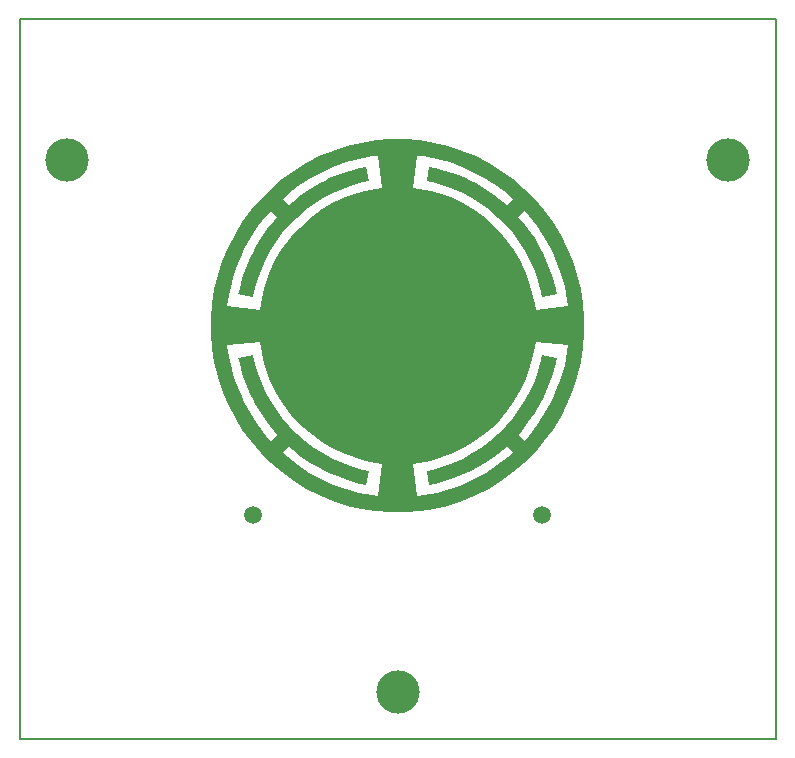
<source format=gtl>
G04*
G04 #@! TF.GenerationSoftware,Altium Limited,Altium Designer,20.0.14 (345)*
G04*
G04 Layer_Physical_Order=1*
G04 Layer_Color=255*
%FSLAX44Y44*%
%MOMM*%
G71*
G01*
G75*
%ADD10C,0.1270*%
%ADD11C,3.6600*%
%ADD12C,1.5000*%
G36*
X338585Y507026D02*
X350848Y505084D01*
X362921Y502185D01*
X374729Y498349D01*
X386199Y493597D01*
X397262Y487961D01*
X407848Y481474D01*
X417892Y474176D01*
X427333Y466112D01*
X436112Y457333D01*
X444176Y447892D01*
X451474Y437848D01*
X457961Y427262D01*
X463597Y416199D01*
X468349Y404729D01*
X472185Y392921D01*
X475084Y380848D01*
X477026Y368585D01*
X478000Y356208D01*
Y350000D01*
Y343792D01*
X477026Y331415D01*
X475084Y319152D01*
X472185Y307079D01*
X468349Y295271D01*
X463597Y283801D01*
X457961Y272738D01*
X451474Y262152D01*
X444176Y252108D01*
X436112Y242667D01*
X427333Y233888D01*
X417892Y225824D01*
X407848Y218526D01*
X397262Y212039D01*
X386199Y206403D01*
X374729Y201651D01*
X362921Y197815D01*
X350848Y194916D01*
X338585Y192974D01*
X326208Y192000D01*
X320000Y192000D01*
X313792D01*
X301415Y192974D01*
X289152Y194916D01*
X277079Y197815D01*
X265271Y201651D01*
X253801Y206403D01*
X242738Y212039D01*
X232152Y218526D01*
X222108Y225824D01*
X212667Y233888D01*
X203888Y242667D01*
X195824Y252108D01*
X188526Y262152D01*
X182039Y272738D01*
X176403Y283801D01*
X171651Y295271D01*
X167815Y307079D01*
X164916Y319152D01*
X162974Y331415D01*
X162000Y343792D01*
X162000Y350000D01*
Y356208D01*
X162974Y368585D01*
X164916Y380848D01*
X167815Y392921D01*
X171651Y404729D01*
X176403Y416199D01*
X182039Y427262D01*
X188526Y437848D01*
X195824Y447892D01*
X203888Y457333D01*
X212667Y466112D01*
X222108Y474176D01*
X232152Y481474D01*
X242738Y487961D01*
X253801Y493597D01*
X265271Y498349D01*
X277079Y502185D01*
X289152Y505084D01*
X301415Y507026D01*
X313792Y508000D01*
X326208D01*
X338585Y507026D01*
D02*
G37*
%LPC*%
G36*
X336410Y494068D02*
X336410D01*
X333297Y466745D01*
X338187Y466083D01*
X347862Y464148D01*
X357340Y461408D01*
X366555Y457882D01*
X375442Y453596D01*
X383937Y448579D01*
X391982Y442867D01*
X399520Y436500D01*
X403081Y433085D01*
Y433085D01*
X406496Y429524D01*
X412863Y421986D01*
X418575Y413941D01*
X423591Y405446D01*
X427878Y396559D01*
X431404Y387344D01*
X434144Y377866D01*
X436079Y368191D01*
X436741Y363301D01*
X464064Y366414D01*
X463424Y372028D01*
X461276Y383121D01*
X458270Y394013D01*
X454427Y404638D01*
X452097Y409785D01*
X449768Y414932D01*
X444323Y424832D01*
X438123Y434279D01*
X431208Y443214D01*
X427413Y447399D01*
X421857Y442362D01*
X424911Y438876D01*
X430660Y431607D01*
X435906Y423967D01*
X440625Y415991D01*
X442781Y411889D01*
Y411889D01*
X444796Y407715D01*
X448401Y399178D01*
X451422Y390416D01*
X453846Y381471D01*
X454831Y376943D01*
X442573Y374493D01*
X441672Y379001D01*
X439213Y387861D01*
X436110Y396516D01*
X432379Y404919D01*
X428041Y413026D01*
X423120Y420793D01*
X417641Y428176D01*
X411635Y435138D01*
X408384Y438388D01*
X405134Y441639D01*
X398172Y447645D01*
X390788Y453124D01*
X383022Y458046D01*
X374915Y462383D01*
X366512Y466114D01*
X357857Y469217D01*
X348997Y471676D01*
X344489Y472577D01*
X346939Y484835D01*
X351467Y483850D01*
X360412Y481426D01*
X369174Y478405D01*
X377711Y474800D01*
X381884Y472785D01*
Y472785D01*
X385987Y470629D01*
X393963Y465910D01*
X401603Y460664D01*
X408872Y454915D01*
X412357Y451861D01*
D01*
X412358D01*
X412357D01*
X417396Y457417D01*
X413210Y461212D01*
X404275Y468127D01*
X394828Y474327D01*
X384928Y479772D01*
X379781Y482101D01*
X374634Y484431D01*
X364009Y488274D01*
X353117Y491280D01*
X342024Y493428D01*
X336410Y494068D01*
D02*
G37*
G36*
X303585D02*
X303585D01*
X297972Y493428D01*
X286879Y491280D01*
X275987Y488274D01*
X265362Y484431D01*
X260215Y482101D01*
X255068Y479772D01*
X245168Y474327D01*
X235721Y468127D01*
X226786Y461212D01*
X222600Y457417D01*
X227638Y451861D01*
X227638D01*
X227638D01*
D01*
X231124Y454915D01*
X238393Y460664D01*
X246033Y465910D01*
X254009Y470629D01*
X258111Y472785D01*
Y472785D01*
X262285Y474800D01*
X270822Y478405D01*
X279584Y481426D01*
X288529Y483850D01*
X293057Y484835D01*
X295507Y472577D01*
X290999Y471676D01*
X282139Y469217D01*
X273484Y466114D01*
X265081Y462383D01*
X256974Y458046D01*
X249208Y453124D01*
X241824Y447645D01*
X234862Y441639D01*
X231612Y438388D01*
X228361Y435138D01*
X222355Y428176D01*
X216876Y420793D01*
X211954Y413026D01*
X207617Y404919D01*
X203886Y396516D01*
X200783Y387861D01*
X198324Y379001D01*
X197423Y374493D01*
X185166Y376943D01*
X186150Y381471D01*
X188574Y390416D01*
X191595Y399178D01*
X195200Y407715D01*
X197215Y411889D01*
Y411889D01*
X199371Y415991D01*
X204090Y423967D01*
X209336Y431607D01*
X215085Y438876D01*
X218139Y442362D01*
X212583Y447399D01*
X208788Y443214D01*
X201873Y434279D01*
X195674Y424832D01*
X190228Y414932D01*
X187899Y409785D01*
X185569Y404638D01*
X181726Y394013D01*
X178720Y383121D01*
X176572Y372028D01*
X175932Y366414D01*
X203255Y363301D01*
X203917Y368191D01*
X205852Y377866D01*
X208592Y387344D01*
X212118Y396559D01*
X216404Y405446D01*
X221421Y413941D01*
X227133Y421986D01*
X233500Y429524D01*
X236915Y433085D01*
Y433085D01*
X240476Y436500D01*
X248014Y442867D01*
X256059Y448579D01*
X264554Y453596D01*
X273441Y457882D01*
X282656Y461408D01*
X292134Y464148D01*
X301809Y466083D01*
X306699Y466745D01*
X303585Y494068D01*
D02*
G37*
G36*
X436741Y336699D02*
X436079Y331809D01*
X434144Y322134D01*
X431404Y312656D01*
X427878Y303441D01*
X423591Y294554D01*
X418575Y286059D01*
X412863Y278014D01*
X406496Y270476D01*
X403081Y266915D01*
Y266915D01*
X399520Y263500D01*
X391982Y257133D01*
X383937Y251421D01*
X375442Y246404D01*
X366555Y242118D01*
X357340Y238592D01*
X347862Y235852D01*
X338187Y233917D01*
X333297Y233255D01*
X336410Y205932D01*
X336410D01*
X342024Y206572D01*
X353117Y208720D01*
X364009Y211726D01*
X374634Y215569D01*
X379781Y217899D01*
X384928Y220228D01*
X394828Y225674D01*
X404275Y231873D01*
X413210Y238788D01*
X417396Y242583D01*
X412357Y248139D01*
X408872Y245085D01*
X401603Y239336D01*
X393963Y234090D01*
X385987Y229371D01*
X381884Y227215D01*
Y227215D01*
X377711Y225200D01*
X369174Y221595D01*
X360412Y218574D01*
X351467Y216150D01*
X346939Y215166D01*
X344489Y227423D01*
X348997Y228324D01*
X357857Y230783D01*
X366512Y233886D01*
X374915Y237617D01*
X383022Y241954D01*
X390788Y246876D01*
X398172Y252355D01*
X405134Y258361D01*
X408384Y261612D01*
X411635Y264862D01*
X417641Y271824D01*
X423120Y279208D01*
X428041Y286974D01*
X432379Y295081D01*
X436110Y303484D01*
X439213Y312139D01*
X441672Y320999D01*
X442573Y325507D01*
X454831Y323057D01*
X453846Y318529D01*
X451422Y309584D01*
X448401Y300822D01*
X444796Y292285D01*
X442781Y288111D01*
Y288111D01*
X440625Y284009D01*
X435906Y276033D01*
X430660Y268393D01*
X424911Y261124D01*
X421857Y257638D01*
X427413Y252600D01*
X431208Y256786D01*
X438123Y265721D01*
X444323Y275168D01*
X449768Y285068D01*
X452097Y290215D01*
X454427Y295362D01*
X458270Y305987D01*
X461276Y316879D01*
X463424Y327972D01*
X464064Y333586D01*
X436741Y336699D01*
D02*
G37*
G36*
X412358Y248139D02*
X412357D01*
D01*
X412358D01*
D02*
G37*
G36*
X227638D02*
X227638D01*
X227638D01*
D01*
D02*
G37*
G36*
X203255Y336699D02*
X175932Y333586D01*
X176572Y327972D01*
X178720Y316879D01*
X181726Y305987D01*
X185569Y295362D01*
X187899Y290215D01*
X190228Y285068D01*
X195674Y275168D01*
X201873Y265721D01*
X208788Y256786D01*
X212583Y252600D01*
X218139Y257638D01*
X215085Y261124D01*
X209336Y268393D01*
X204090Y276033D01*
X199371Y284009D01*
X197215Y288111D01*
Y288111D01*
X195200Y292285D01*
X191595Y300822D01*
X188574Y309584D01*
X186150Y318529D01*
X185166Y323057D01*
X197423Y325507D01*
X198324Y320999D01*
X200783Y312139D01*
X203886Y303484D01*
X207617Y295081D01*
X211954Y286974D01*
X216876Y279208D01*
X222355Y271824D01*
X228361Y264862D01*
X231612Y261612D01*
X234862Y258361D01*
X241824Y252355D01*
X249208Y246876D01*
X256974Y241954D01*
X265081Y237617D01*
X273484Y233886D01*
X282139Y230783D01*
X290999Y228324D01*
X295507Y227423D01*
X293057Y215166D01*
X288529Y216150D01*
X279584Y218574D01*
X270822Y221595D01*
X262285Y225200D01*
X258111Y227215D01*
Y227215D01*
X254009Y229371D01*
X246033Y234090D01*
X238393Y239336D01*
X231124Y245085D01*
X227638Y248139D01*
X222600Y242583D01*
X226786Y238788D01*
X235721Y231873D01*
X245168Y225674D01*
X255068Y220228D01*
X260215Y217899D01*
X265362Y215569D01*
X275987Y211726D01*
X286879Y208720D01*
X297972Y206572D01*
X303585Y205932D01*
X303585D01*
X306699Y233255D01*
X301809Y233917D01*
X292134Y235852D01*
X282656Y238592D01*
X273441Y242118D01*
X264554Y246404D01*
X256059Y251421D01*
X248014Y257133D01*
X240476Y263500D01*
X236915Y266915D01*
Y266915D01*
X233500Y270476D01*
X227133Y278014D01*
X221421Y286059D01*
X216404Y294554D01*
X212118Y303441D01*
X208592Y312656D01*
X205852Y322134D01*
X203917Y331809D01*
X203255Y336699D01*
D02*
G37*
%LPD*%
D10*
X640000Y610000D02*
X640000Y0D01*
X0D02*
X640000D01*
X0Y610000D02*
X640000D01*
X-0D02*
X0Y0D01*
D11*
X320000Y40000D02*
D03*
X600000Y490000D02*
D03*
X40000D02*
D03*
D12*
X197500Y190000D02*
D03*
X442500D02*
D03*
M02*

</source>
